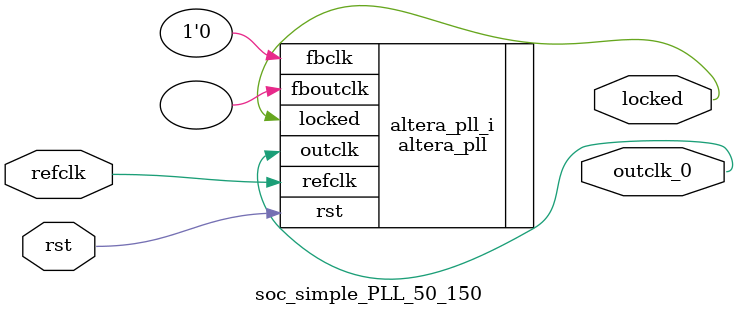
<source format=v>
`timescale 1ns/10ps
module  soc_simple_PLL_50_150(

	// interface 'refclk'
	input wire refclk,

	// interface 'reset'
	input wire rst,

	// interface 'outclk0'
	output wire outclk_0,

	// interface 'locked'
	output wire locked
);

	altera_pll #(
		.fractional_vco_multiplier("false"),
		.reference_clock_frequency("50.0 MHz"),
		.operation_mode("direct"),
		.number_of_clocks(1),
		.output_clock_frequency0("150.000000 MHz"),
		.phase_shift0("0 ps"),
		.duty_cycle0(50),
		.output_clock_frequency1("0 MHz"),
		.phase_shift1("0 ps"),
		.duty_cycle1(50),
		.output_clock_frequency2("0 MHz"),
		.phase_shift2("0 ps"),
		.duty_cycle2(50),
		.output_clock_frequency3("0 MHz"),
		.phase_shift3("0 ps"),
		.duty_cycle3(50),
		.output_clock_frequency4("0 MHz"),
		.phase_shift4("0 ps"),
		.duty_cycle4(50),
		.output_clock_frequency5("0 MHz"),
		.phase_shift5("0 ps"),
		.duty_cycle5(50),
		.output_clock_frequency6("0 MHz"),
		.phase_shift6("0 ps"),
		.duty_cycle6(50),
		.output_clock_frequency7("0 MHz"),
		.phase_shift7("0 ps"),
		.duty_cycle7(50),
		.output_clock_frequency8("0 MHz"),
		.phase_shift8("0 ps"),
		.duty_cycle8(50),
		.output_clock_frequency9("0 MHz"),
		.phase_shift9("0 ps"),
		.duty_cycle9(50),
		.output_clock_frequency10("0 MHz"),
		.phase_shift10("0 ps"),
		.duty_cycle10(50),
		.output_clock_frequency11("0 MHz"),
		.phase_shift11("0 ps"),
		.duty_cycle11(50),
		.output_clock_frequency12("0 MHz"),
		.phase_shift12("0 ps"),
		.duty_cycle12(50),
		.output_clock_frequency13("0 MHz"),
		.phase_shift13("0 ps"),
		.duty_cycle13(50),
		.output_clock_frequency14("0 MHz"),
		.phase_shift14("0 ps"),
		.duty_cycle14(50),
		.output_clock_frequency15("0 MHz"),
		.phase_shift15("0 ps"),
		.duty_cycle15(50),
		.output_clock_frequency16("0 MHz"),
		.phase_shift16("0 ps"),
		.duty_cycle16(50),
		.output_clock_frequency17("0 MHz"),
		.phase_shift17("0 ps"),
		.duty_cycle17(50),
		.pll_type("General"),
		.pll_subtype("General")
	) altera_pll_i (
		.rst	(rst),
		.outclk	({outclk_0}),
		.locked	(locked),
		.fboutclk	( ),
		.fbclk	(1'b0),
		.refclk	(refclk)
	);
endmodule


</source>
